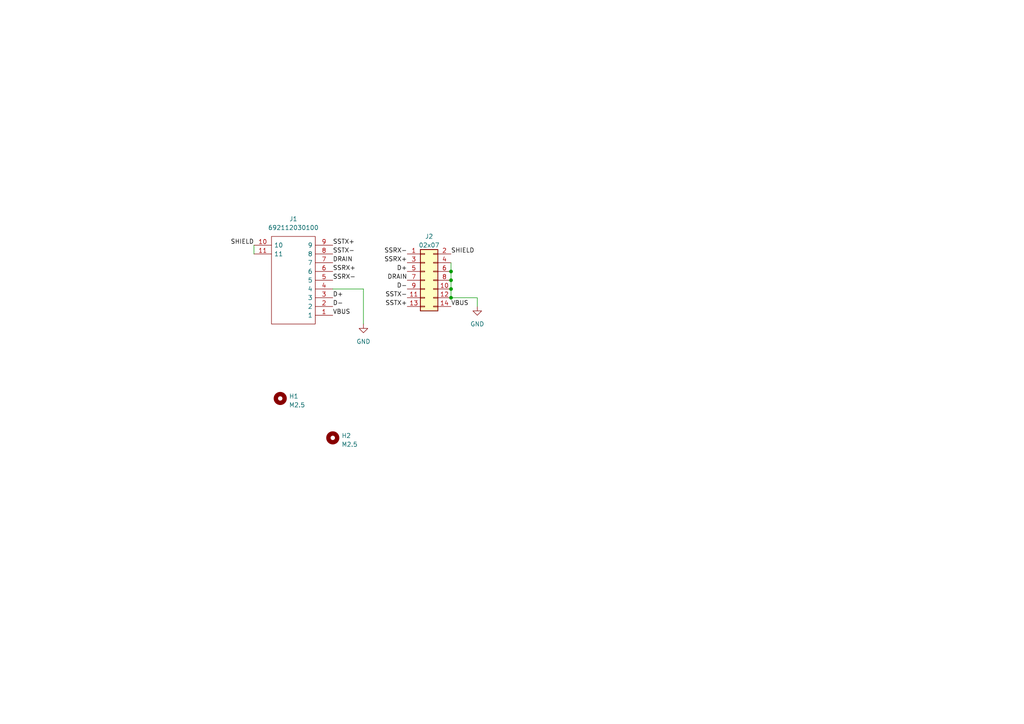
<source format=kicad_sch>
(kicad_sch (version 20230121) (generator eeschema)
  (paper "A4")
  (lib_symbols
    (symbol "Connector_Generic:Conn_02x07_Odd_Even" (pin_names (offset 1.016) hide)
      (property "Reference" "J" (at 1.27 10.16 0))
      (property "Value" "Conn_02x07_Odd_Even" (at 1.27 -10.16 0))
      (symbol "Conn_02x07_Odd_Even_1_1"
        (rectangle (start -1.27 -7.493) (end 0 -7.747) (stroke (width 0.1524)))
        (rectangle (start -1.27 -4.953) (end 0 -5.207) (stroke (width 0.1524)))
        (rectangle (start -1.27 -2.413) (end 0 -2.667) (stroke (width 0.1524)))
        (rectangle (start -1.27 0.127) (end 0 -0.127) (stroke (width 0.1524)))
        (rectangle (start -1.27 2.667) (end 0 2.413) (stroke (width 0.1524)))
        (rectangle (start -1.27 5.207) (end 0 4.953) (stroke (width 0.1524)))
        (rectangle (start -1.27 7.747) (end 0 7.493) (stroke (width 0.1524)))
        (rectangle (start -1.27 8.89) (end 3.81 -8.89) (stroke (width 0.254)) (fill (type background)))
        (rectangle (start 3.81 -7.493) (end 2.54 -7.747) (stroke (width 0.1524)))
        (rectangle (start 3.81 -4.953) (end 2.54 -5.207) (stroke (width 0.1524)))
        (rectangle (start 3.81 -2.413) (end 2.54 -2.667) (stroke (width 0.1524)))
        (rectangle (start 3.81 0.127) (end 2.54 -0.127) (stroke (width 0.1524)))
        (rectangle (start 3.81 2.667) (end 2.54 2.413) (stroke (width 0.1524)))
        (rectangle (start 3.81 5.207) (end 2.54 4.953) (stroke (width 0.1524)))
        (rectangle (start 3.81 7.747) (end 2.54 7.493) (stroke (width 0.1524)))
        (pin passive line (at -5.08 7.62 0) (length 3.81) (name "Pin_1") (number "1"))
        (pin passive line (at 7.62 -2.54 180) (length 3.81) (name "Pin_10") (number "10"))
        (pin passive line (at -5.08 -5.08 0) (length 3.81) (name "Pin_11") (number "11"))
        (pin passive line (at 7.62 -5.08 180) (length 3.81) (name "Pin_12") (number "12"))
        (pin passive line (at -5.08 -7.62 0) (length 3.81) (name "Pin_13") (number "13"))
        (pin passive line (at 7.62 -7.62 180) (length 3.81) (name "Pin_14") (number "14"))
        (pin passive line (at 7.62 7.62 180) (length 3.81) (name "Pin_2") (number "2"))
        (pin passive line (at -5.08 5.08 0) (length 3.81) (name "Pin_3") (number "3"))
        (pin passive line (at 7.62 5.08 180) (length 3.81) (name "Pin_4") (number "4"))
        (pin passive line (at -5.08 2.54 0) (length 3.81) (name "Pin_5") (number "5"))
        (pin passive line (at 7.62 2.54 180) (length 3.81) (name "Pin_6") (number "6"))
        (pin passive line (at -5.08 0 0) (length 3.81) (name "Pin_7") (number "7"))
        (pin passive line (at 7.62 0 180) (length 3.81) (name "Pin_8") (number "8"))
        (pin passive line (at -5.08 -2.54 0) (length 3.81) (name "Pin_9") (number "9"))
      )
    )
    (symbol "Mechanical:MountingHole" (pin_names (offset 1.016))
      (property "Reference" "H" (at 0 5.08 0))
      (property "Value" "MountingHole" (at 0 3.175 0))
      (symbol "MountingHole_0_1"
        (circle (center 0 0) (radius 1.27) (stroke (width 1.27)))
      )
    )
    (symbol "mouser:692112030100" (pin_names (offset 0.762))
      (property "Reference" "J" (at 19.05 7.62 0))
      (property "Value" "692112030100" (at 19.05 5.08 0))
      (symbol "692112030100_0_0"
        (pin passive line (at 22.86 -20.32 180) (length 5.08) (name "1") (number "1"))
        (pin passive line (at 0 0 0) (length 5.08) (name "10") (number "10"))
        (pin passive line (at 0 -2.54 0) (length 5.08) (name "11") (number "11"))
        (pin passive line (at 22.86 -17.78 180) (length 5.08) (name "2") (number "2"))
        (pin passive line (at 22.86 -15.24 180) (length 5.08) (name "3") (number "3"))
        (pin passive line (at 22.86 -12.7 180) (length 5.08) (name "4") (number "4"))
        (pin passive line (at 22.86 -10.16 180) (length 5.08) (name "5") (number "5"))
        (pin passive line (at 22.86 -7.62 180) (length 5.08) (name "6") (number "6"))
        (pin passive line (at 22.86 -5.08 180) (length 5.08) (name "7") (number "7"))
        (pin passive line (at 22.86 -2.54 180) (length 5.08) (name "8") (number "8"))
        (pin passive line (at 22.86 0 180) (length 5.08) (name "9") (number "9"))
      )
      (symbol "692112030100_0_1"
        (polyline (pts (xy 5.08 2.54) (xy 17.78 2.54) (xy 17.78 -22.86) (xy 5.08 -22.86) (xy 5.08 2.54)) (stroke (width 0.1524)))
      )
    )
    (symbol "power:GND" (power) (pin_names (offset 0))
      (property "Value" "GND" (at 0 -3.81 0))
      (symbol "GND_0_1"
        (polyline (pts (xy 0 0) (xy 0 -1.27) (xy 1.27 -1.27) (xy 0 -2.54) (xy -1.27 -1.27) (xy 0 -1.27)))
      )
      (symbol "GND_1_1"
        (pin power_in line (at 0 0 270) (length 0) hide (name "GND") (number "1"))
      )
    )
  )
  (junction (at 130.81 81.28))
  (junction (at 130.81 86.36))
  (junction (at 130.81 83.82))
  (junction (at 130.81 78.74))
  (wire (pts (xy 130.81 78.74) (xy 130.81 81.28)))
  (wire (pts (xy 130.81 86.36) (xy 138.43 86.36)))
  (wire (pts (xy 73.66 71.12) (xy 73.66 73.66)))
  (wire (pts (xy 96.52 83.82) (xy 105.41 83.82)))
  (wire (pts (xy 130.81 81.28) (xy 130.81 83.82)))
  (wire (pts (xy 130.81 76.2) (xy 130.81 78.74)))
  (wire (pts (xy 130.81 83.82) (xy 130.81 86.36)))
  (wire (pts (xy 138.43 86.36) (xy 138.43 88.9)))
  (wire (pts (xy 105.41 83.82) (xy 105.41 93.98)))
  (label "SSTX-" (at 96.52 73.66 0))
  (label "DRAIN" (at 96.52 76.2 0))
  (label "SSTX+" (at 96.52 71.12 0))
  (label "SSRX-" (at 118.11 73.66 180))
  (label "SHIELD" (at 73.66 71.12 180))
  (label "SSTX+" (at 118.11 88.9 180))
  (label "D+" (at 118.11 78.74 180))
  (label "D-" (at 96.52 88.9 0))
  (label "SSRX-" (at 96.52 81.28 0))
  (label "SSRX+" (at 96.52 78.74 0))
  (label "D+" (at 96.52 86.36 0))
  (label "DRAIN" (at 118.11 81.28 180))
  (label "SSTX-" (at 118.11 86.36 180))
  (label "D-" (at 118.11 83.82 180))
  (label "VBUS" (at 96.52 91.44 0))
  (label "SHIELD" (at 130.81 73.66 0))
  (label "SSRX+" (at 118.11 76.2 180))
  (label "VBUS" (at 130.81 88.9 0))
  (symbol (lib_id "mouser:692112030100") (at 73.66 71.12 0) (unit 1)
    (property "Reference" "J1" (at 85.09 63.5 0))
    (property "Value" "692112030100" (at 85.09 66.04 0))
    (property "Footprint" "692112030100" (effects hide))
    (property "Datasheet" "https://componentsearchengine.com//692112030100.pdf" (effects hide))
    (property "Description" "Wurth Elektronik Male Right Angle Through Hole Version 3 Type A USB Connector, 30 V ac, 0.25A WR-COM" (effects hide))
    (property "Height" "1" (effects hide))
    (property "Mouser2 Part Number" "710-692112030100" (effects hide))
    (property "Mouser2 Price/Stock" "https://www.mouser.com/Search/Refine.aspx?Keyword=710-692112030100" (effects hide))
    (property "Manufacturer_Name" "Wurth Elektronik" (effects hide))
    (property "Manufacturer_Part_Number" "692112030100" (effects hide))
  )
  (symbol (lib_id "Mechanical:MountingHole") (at 96.52 127 0) (unit 1)
    (property "Reference" "H2" (at 99.06 126.365 0) (effects (justify left)))
    (property "Value" "M2.5" (at 99.06 128.905 0) (effects (justify left)))
    (property "Footprint" "MountingHole:MountingHole_2.7mm_M2.5" (effects hide))
  )
  (symbol (lib_id "Connector_Generic:Conn_02x07_Odd_Even") (at 123.19 81.28 0) (unit 1)
    (property "Reference" "J2" (at 124.46 68.58 0))
    (property "Value" "02x07" (at 124.46 71.12 0))
    (property "Footprint" "Connector_PinHeader_2.54mm:PinHeader_2x07_P2.54mm_Vertical" (effects hide))
  )
  (symbol (lib_id "power:GND") (at 105.41 93.98 0) (unit 1)
    (property "Reference" "#PWR02" (effects hide))
    (property "Value" "GND" (at 105.41 99.06 0))
  )
  (symbol (lib_id "Mechanical:MountingHole") (at 81.28 115.57 0) (unit 1)
    (property "Reference" "H1" (at 83.82 114.935 0) (effects (justify left)))
    (property "Value" "M2.5" (at 83.82 117.475 0) (effects (justify left)))
    (property "Footprint" "MountingHole:MountingHole_2.7mm_M2.5" (effects hide))
  )
  (symbol (lib_id "power:GND") (at 138.43 88.9 0) (unit 1)
    (property "Reference" "#PWR01" (effects hide))
    (property "Value" "GND" (at 138.43 93.98 0))
  )
)
</source>
